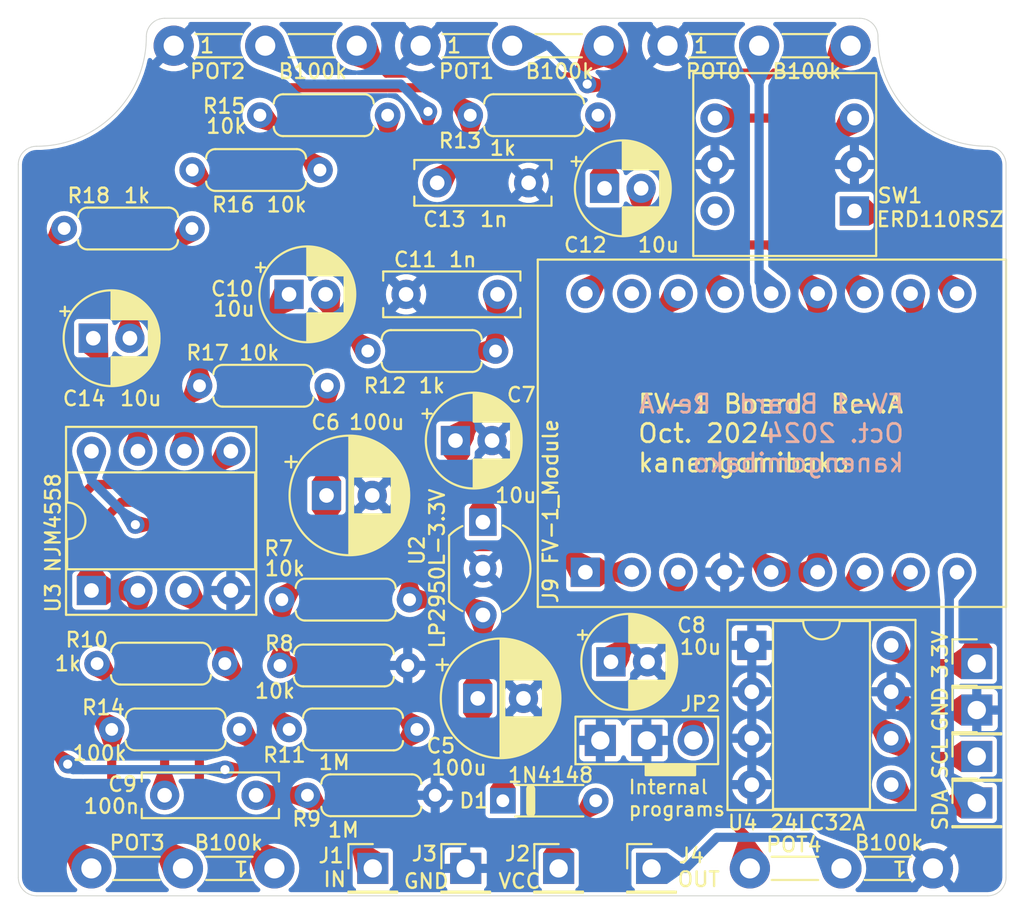
<source format=kicad_pcb>
(kicad_pcb (version 20240108) (generator "pcbnew") (generator_version "8.0")
  (layers (0 "F.Cu" signal) (31 "B.Cu" signal) (34 "B.Paste" user) (35 "F.Paste" user) (36 "B.SilkS" user "B.Silkscreen") (37 "F.SilkS" user "F.Silkscreen") (38 "B.Mask" user) (39 "F.Mask" user) (44 "Edge.Cuts" user))
  (net 0 "")
  (net 1 "VCC")
  (net 2 "GND")
  (net 3 "VB")
  (net 4 "+3.3V")
  (net 5 "/3_MID")
  (net 6 "Net-(J1-Pin_1)")
  (net 7 "Net-(U3A--)")
  (net 8 "Net-(C10-Pad2)")
  (net 9 "/1_LIN")
  (net 10 "Net-(C12-Pad1)")
  (net 11 "/18_LOUT")
  (net 12 "Net-(C9-Pad1)")
  (net 13 "Net-(C13-Pad1)")
  (net 14 "Net-(C14-Pad1)")
  (net 15 "Net-(C14-Pad2)")
  (net 16 "Net-(D1-A)")
  (net 17 "Net-(J4-Pin_1)")
  (net 18 "/9_SDA")
  (net 19 "/8_SCL")
  (net 20 "/7_T0")
  (net 21 "/10_S0")
  (net 22 "/15_POT1")
  (net 23 "/11_S1")
  (net 24 "/17_ROUT")
  (net 25 "/16_POT2")
  (net 26 "/12_S2")
  (net 27 "/14_POT0")
  (net 28 "Net-(U3A-+)")
  (net 29 "Net-(U3B-+)")
  (net 30 "Net-(U3B--)")
  (net 31 "Net-(R15-Pad2)")
  (net 32 "Net-(POT4-Pad3)")
  (footprint "myFoot:my_R_P7mm_Horizontal" (layer "F.Cu") (at -11.1925 -5.5)
    (property "Reference" "R9" (at -0.9075 1.3 0) (layer "F.SilkS") (effects (font (size 0.8 0.8) (thickness 0.13)) (justify left)))
    (property "Value" "1M" (at 2.8925 1.9 0) (layer "F.SilkS") (effects (font (size 0.8 0.8) (thickness 0.13)) (justify right)))
    (pad "1" thru_hole circle (at 0 0) (size 1.4 1.4) (drill 0.7) (layers "*.Cu" "*.Mask") (net 6 "Net-(J1-Pin_1)"))
    (pad "2" thru_hole oval (at 6.985 0) (size 1.4 1.4) (drill 0.7) (layers "*.Cu" "*.Mask") (net 2 "GND"))
  )
  (footprint "Package_DIP:DIP-5-6_W7.62mm_Socket" (layer "F.Cu") (at 14.9 -40 180)
    (property "Reference" "SW1" (at -6.3 -1.7 0) (layer "F.SilkS") (effects (font (size 0.8 0.8) (thickness 0.13))))
    (property "Value" "ERD110RSZ" (at -8.5 -3 0) (layer "F.SilkS") (effects (font (size 0.8 0.8) (thickness 0.13))))
    (pad "1" thru_hole rect (at -3.81 -2.54 180) (size 1.6 1.6) (drill 0.8) (layers "*.Cu" "*.Mask") (net 21 "/10_S0"))
    (pad "2" thru_hole oval (at 3.81 2.54 180) (size 1.6 1.6) (drill 0.8) (layers "*.Cu" "*.Mask") (net 23 "/11_S1"))
    (pad "4" thru_hole oval (at -3.81 2.54 180) (size 1.6 1.6) (drill 0.8) (layers "*.Cu" "*.Mask") (net 26 "/12_S2"))
    (pad "8" thru_hole oval (at 3.81 -2.54 180) (size 1.6 1.6) (drill 0.8) (layers "*.Cu" "*.Mask"))
    (pad "C" thru_hole oval (at -3.81 0 180) (size 1.6 1.6) (drill 0.8) (layers "*.Cu" "*.Mask") (net 2 "GND"))
    (pad "C" thru_hole oval (at 3.81 0 180) (size 1.6 1.6) (drill 0.8) (layers "*.Cu" "*.Mask") (net 2 "GND"))
  )
  (footprint "myFoot:my_R_P7mm_Horizontal" (layer "F.Cu") (at -12.1925 -9.1)
    (property "Reference" "R11" (at -1.5075 1.4 0) (layer "F.SilkS") (effects (font (size 0.8 0.8) (thickness 0.13)) (justify left)))
    (property "Value" "1M" (at 3.3925 1.8 0) (layer "F.SilkS") (effects (font (size 0.8 0.8) (thickness 0.13)) (justify right)))
    (pad "1" thru_hole circle (at 0 0) (size 1.4 1.4) (drill 0.7) (layers "*.Cu" "*.Mask") (net 28 "Net-(U3A-+)"))
    (pad "2" thru_hole oval (at 6.985 0) (size 1.4 1.4) (drill 0.7) (layers "*.Cu" "*.Mask") (net 3 "VB"))
  )
  (footprint "myFoot:my_R_P7mm_Horizontal" (layer "F.Cu") (at -21.8925 -9.1)
    (property "Reference" "R14" (at -1.7075 -1.2 0) (layer "F.SilkS") (effects (font (size 0.8 0.8) (thickness 0.13)) (justify left)))
    (property "Value" "100k" (at 0.8925 1.3 0) (layer "F.SilkS") (effects (font (size 0.8 0.8) (thickness 0.13)) (justify right)))
    (pad "1" thru_hole circle (at 0 0) (size 1.4 1.4) (drill 0.7) (layers "*.Cu" "*.Mask") (net 29 "Net-(U3B-+)"))
    (pad "2" thru_hole oval (at 6.985 0) (size 1.4 1.4) (drill 0.7) (layers "*.Cu" "*.Mask") (net 3 "VB"))
  )
  (footprint "myFoot:my_pot_5mm" (layer "F.Cu") (at -13.5 -46.5)
    (property "Reference" "POT2" (at -2.6 1.4 0) (layer "F.SilkS") (effects (font (size 0.8 0.8) (thickness 0.13))))
    (property "Value" "B100k" (at 2.6 1.4 0) (layer "F.SilkS") (effects (font (size 0.8 0.8) (thickness 0.13))))
    (fp_text user "1" (at -3.175 0 0) (layer "F.SilkS") (effects (font (size 0.8 0.8) (thickness 0.13))))
    (pad "1" thru_hole circle (at -5.0038 0) (size 2.2 2.2) (drill 1.1) (layers "*.Cu" "*.Mask") (net 2 "GND"))
    (pad "2" thru_hole circle (at 0 0) (size 2.2 2.2) (drill 1.1) (layers "*.Cu" "*.Mask") (net 25 "/16_POT2"))
    (pad "3" thru_hole circle (at 5.0038 0) (size 2.2 2.2) (drill 1.1) (layers "*.Cu" "*.Mask") (net 4 "+3.3V"))
  )
  (footprint "Capacitor_THT:CP_Radial_D5.0mm_P2.00mm" (layer "F.Cu") (at -3.1 -24.9)
    (property "Reference" "C7" (at 3.6 -2.5 0) (layer "F.SilkS") (effects (font (size 0.8 0.8) (thickness 0.13))))
    (property "Value" "10u" (at 3.3 3 0) (layer "F.SilkS") (effects (font (size 0.8 0.8) (thickness 0.13))))
    (pad "1" thru_hole rect (at 0 0) (size 1.6 1.6) (drill 0.8) (layers "*.Cu" "*.Mask") (net 4 "+3.3V"))
    (pad "2" thru_hole circle (at 2 0) (size 1.6 1.6) (drill 0.8) (layers "*.Cu" "*.Mask") (net 2 "GND"))
  )
  (footprint "Connector_PinHeader_2.54mm:PinHeader_1x01_P2.54mm_Vertical" (layer "F.Cu") (at 2.54 -1.5)
    (property "Reference" "J2" (at -2.24 -0.8 0) (layer "F.SilkS") (effects (font (size 0.8 0.8) (thickness 0.13))))
    (property "Value" "VCC" (at -2.14 0.7 0) (layer "F.SilkS") (effects (font (size 0.8 0.8) (thickness 0.13))))
    (pad "1" thru_hole rect (at 0 0) (size 1.7 1.7) (drill 1) (layers "*.Cu" "*.Mask") (net 16 "Net-(D1-A)"))
  )
  (footprint "myFoot:my_R_P7mm_Horizontal" (layer "F.Cu") (at -6.8075 -42.7 180)
    (property "Reference" "R15" (at 7.6925 0.5 0) (layer "F.SilkS") (effects (font (size 0.8 0.8) (thickness 0.13)) (justify right)))
    (property "Value" "10k" (at 9.9925 -0.6 0) (layer "F.SilkS") (effects (font (size 0.8 0.8) (thickness 0.13)) (justify left)))
    (pad "1" thru_hole circle (at 0 0 180) (size 1.4 1.4) (drill 0.7) (layers "*.Cu" "*.Mask") (net 30 "Net-(U3B--)"))
    (pad "2" thru_hole oval (at 6.985 0 180) (size 1.4 1.4) (drill 0.7) (layers "*.Cu" "*.Mask") (net 31 "Net-(R15-Pad2)"))
  )
  (footprint "myFoot:my_pot_5mm" (layer "F.Cu") (at 18 -1.5 180)
    (property "Reference" "POT4" (at 2.6 1.3 0) (layer "F.SilkS") (effects (font (size 0.8 0.8) (thickness 0.13))))
    (property "Value" "B100k" (at -2.6 1.4 0) (layer "F.SilkS") (effects (font (size 0.8 0.8) (thickness 0.13))))
    (fp_text user "1" (at -3.175 0 180) (layer "F.SilkS") (effects (font (size 0.8 0.8) (thickness 0.13))))
    (pad "1" thru_hole circle (at -5.0038 0 180) (size 2.2 2.2) (drill 1.1) (layers "*.Cu" "*.Mask") (net 2 "GND"))
    (pad "2" thru_hole circle (at 0 0 180) (size 2.2 2.2) (drill 1.1) (layers "*.Cu" "*.Mask") (net 17 "Net-(J4-Pin_1)"))
    (pad "3" thru_hole circle (at 5.0038 0 180) (size 2.2 2.2) (drill 1.1) (layers "*.Cu" "*.Mask") (net 32 "Net-(POT4-Pad3)"))
  )
  (footprint "Connector_PinHeader_2.54mm:PinHeader_1x01_P2.54mm_Vertical" (layer "F.Cu") (at 25.4 -12.7)
    (property "Reference" "J7" (hide yes))
    (property "Value" "3.3V" (at -2 -0.5 90) (layer "F.SilkS") (effects (font (size 0.8 0.8) (thickness 0.13))))
    (pad "1" thru_hole rect (at 0 0) (size 1.7 1.7) (drill 1) (layers "*.Cu" "*.Mask") (net 4 "+3.3V"))
  )
  (footprint "Package_DIP:DIP-18_W7.62mm" (layer "F.Cu") (at 4 -17.7 90)
    (property "Reference" "J9" (at -1 -1.9 90) (layer "F.SilkS") (effects (font (size 0.8 0.8) (thickness 0.13))))
    (property "Value" "FV-1_Module" (at 4.4 -1.9 90) (layer "F.SilkS") (effects (font (size 0.8 0.8) (thickness 0.13))))
    (pad "1" thru_hole rect (at 0 0 90) (size 1.6 1.6) (drill 0.8) (layers "*.Cu" "*.Mask") (net 9 "/1_LIN"))
    (pad "2" thru_hole oval (at 0 2.54 90) (size 1.6 1.6) (drill 0.8) (layers "*.Cu" "*.Mask") (net 9 "/1_LIN"))
    (pad "3" thru_hole oval (at 0 5.08 90) (size 1.6 1.6) (drill 0.8) (layers "*.Cu" "*.Mask") (net 5 "/3_MID"))
    (pad "4" thru_hole oval (at 0 7.62 90) (size 1.6 1.6) (drill 0.8) (layers "*.Cu" "*.Mask") (net 2 "GND"))
    (pad "5" thru_hole oval (at 0 10.16 90) (size 1.6 1.6) (drill 0.8) (layers "*.Cu" "*.Mask") (net 4 "+3.3V"))
    (pad "6" thru_hole oval (at 0 12.7 90) (size 1.6 1.6) (drill 0.8) (layers "*.Cu" "*.Mask") (net 4 "+3.3V"))
    (pad "7" thru_hole oval (at 0 15.24 90) (size 1.6 1.6) (drill 0.8) (layers "*.Cu" "*.Mask") (net 20 "/7_T0"))
    (pad "8" thru_hole oval (at 0 17.78 90) (size 1.6 1.6) (drill 0.8) (layers "*.Cu" "*.Mask") (net 19 "/8_SCL"))
    (pad "9" thru_hole oval (at 0 20.32 90) (size 1.6 1.6) (drill 0.8) (layers "*.Cu" "*.Mask") (net 18 "/9_SDA"))
    (pad "10" thru_hole oval (at 15.24 20.32 90) (size 1.6 1.6) (drill 0.8) (layers "*.Cu" "*.Mask") (net 21 "/10_S0"))
    (pad "11" thru_hole oval (at 15.24 17.78 90) (size 1.6 1.6) (drill 0.8) (layers "*.Cu" "*.Mask") (net 23 "/11_S1"))
    (pad "12" thru_hole oval (at 15.24 15.24 90) (size 1.6 1.6) (drill 0.8) (layers "*.Cu" "*.Mask") (net 26 "/12_S2"))
    (pad "13" thru_hole oval (at 15.24 12.7 90) (size 1.6 1.6) (drill 0.8) (layers "*.Cu" "*.Mask") (net 4 "+3.3V"))
    (pad "14" thru_hole oval (at 15.24 10.16 90) (size 1.6 1.6) (drill 0.8) (layers "*.Cu" "*.Mask") (net 27 "/14_POT0"))
    (pad "15" thru_hole oval (at 15.24 7.62 90) (size 1.6 1.6) (drill 0.8) (layers "*.Cu" "*.Mask") (net 22 "/15_POT1"))
    (pad "16" thru_hole oval (at 15.24 5.08 90) (size 1.6 1.6) (drill 0.8) (layers "*.Cu" "*.Mask") (net 25 "/16_POT2"))
    (pad "17" thru_hole oval (at 15.24 2.54 90) (size 1.6 1.6) (drill 0.8) (layers "*.Cu" "*.Mask") (net 24 "/17_ROUT"))
    (pad "18" thru_hole oval (at 15.24 0 90) (size 1.6 1.6) (drill 0.8) (layers "*.Cu" "*.Mask") (net 11 "/18_LOUT"))
  )
  (footprint "Package_DIP:DIP-8_W7.62mm_Socket" (layer "F.Cu") (at -23 -16.7 90)
    (property "Reference" "U3" (at -0.4 -2.1 90) (layer "F.SilkS") (effects (font (size 0.8 0.8) (thickness 0.13))))
    (property "Value" "NJM4558" (at 3.7 -2.1 90) (layer "F.SilkS") (effects (font (size 0.8 0.8) (thickness 0.13))))
    (pad "1" thru_hole rect (at 0 0 90) (size 1.6 1.6) (drill 0.8) (layers "*.Cu" "*.Mask") (net 7 "Net-(U3A--)"))
    (pad "2" thru_hole oval (at 0 2.54 90) (size 1.6 1.6) (drill 0.8) (layers "*.Cu" "*.Mask") (net 7 "Net-(U3A--)"))
    (pad "3" thru_hole oval (at 0 5.08 90) (size 1.6 1.6) (drill 0.8) (layers "*.Cu" "*.Mask") (net 28 "Net-(U3A-+)"))
    (pad "4" thru_hole oval (at 0 7.62 90) (size 1.6 1.6) (drill 0.8) (layers "*.Cu" "*.Mask") (net 2 "GND"))
    (pad "5" thru_hole oval (at 7.62 7.62 90) (size 1.6 1.6) (drill 0.8) (layers "*.Cu" "*.Mask") (net 29 "Net-(U3B-+)"))
    (pad "6" thru_hole oval (at 7.62 5.08 90) (size 1.6 1.6) (drill 0.8) (layers "*.Cu" "*.Mask") (net 30 "Net-(U3B--)"))
    (pad "7" thru_hole oval (at 7.62 2.54 90) (size 1.6 1.6) (drill 0.8) (layers "*.Cu" "*.Mask") (net 14 "Net-(C14-Pad1)"))
    (pad "8" thru_hole oval (at 7.62 0 90) (size 1.6 1.6) (drill 0.8) (layers "*.Cu" "*.Mask") (net 1 "VCC"))
  )
  (footprint "myFoot:my_R_P7mm_Horizontal" (layer "F.Cu") (at -10.5075 -39.7 180)
    (property "Reference" "R16" (at 3.4925 -1.9 0) (layer "F.SilkS") (effects (font (size 0.8 0.8) (thickness 0.13)) (justify right)))
    (property "Value" "10k" (at 2.9925 -1.9 0) (layer "F.SilkS") (effects (font (size 0.8 0.8) (thickness 0.13)) (justify left)))
    (pad "1" thru_hole circle (at 0 0 180) (size 1.4 1.4) (drill 0.7) (layers "*.Cu" "*.Mask") (net 31 "Net-(R15-Pad2)"))
    (pad "2" thru_hole oval (at 6.985 0 180) (size 1.4 1.4) (drill 0.7) (layers "*.Cu" "*.Mask") (net 14 "Net-(C14-Pad1)"))
  )
  (footprint "Capacitor_THT:CP_Radial_D5.0mm_P2.00mm" (layer "F.Cu") (at 5.05 -38.7)
    (property "Reference" "C12" (at -1.05 3.1 0) (layer "F.SilkS") (effects (font (size 0.8 0.8) (thickness 0.13))))
    (property "Value" "10u" (at 2.95 3.1 0) (layer "F.SilkS") (effects (font (size 0.8 0.8) (thickness 0.13))))
    (pad "1" thru_hole rect (at 0 0) (size 1.6 1.6) (drill 0.8) (layers "*.Cu" "*.Mask") (net 10 "Net-(C12-Pad1)"))
    (pad "2" thru_hole circle (at 2 0) (size 1.6 1.6) (drill 0.8) (layers "*.Cu" "*.Mask") (net 11 "/18_LOUT"))
  )
  (footprint "myFoot:my_pot_5mm" (layer "F.Cu") (at 0 -46.5)
    (property "Reference" "POT1" (at -2.5 1.4 0) (layer "F.SilkS") (effects (font (size 0.8 0.8) (thickness 0.13))))
    (property "Value" "B100k" (at 2.6 1.4 0) (layer "F.SilkS") (effects (font (size 0.8 0.8) (thickness 0.13))))
    (fp_text user "1" (at -3.175 0 0) (layer "F.SilkS") (effects (font (size 0.8 0.8) (thickness 0.13))))
    (pad "1" thru_hole circle (at -5.0038 0) (size 2.2 2.2) (drill 1.1) (layers "*.Cu" "*.Mask") (net 2 "GND"))
    (pad "2" thru_hole circle (at 0 0) (size 2.2 2.2) (drill 1.1) (layers "*.Cu" "*.Mask") (net 22 "/15_POT1"))
    (pad "3" thru_hole circle (at 5.0038 0) (size 2.2 2.2) (drill 1.1) (layers "*.Cu" "*.Mask") (net 4 "+3.3V"))
  )
  (footprint "Connector_PinHeader_2.54mm:PinHeader_1x01_P2.54mm_Vertical" (layer "F.Cu") (at 25.4 -10.16)
    (property "Reference" "J8" (hide yes))
    (property "Value" "GND" (at -2 -0.04 90) (layer "F.SilkS") (effects (font (size 0.8 0.8) (thickness 0.13))))
    (pad "1" thru_hole rect (at 0 0) (size 1.7 1.7) (drill 1) (layers "*.Cu" "*.Mask") (net 2 "GND"))
  )
  (footprint "Capacitor_THT:CP_Radial_D5.0mm_P2.00mm" (layer "F.Cu") (at 5.4 -12.8)
    (property "Reference" "C8" (at 4.4 -2 0) (layer "F.SilkS") (effects (font (size 0.8 0.8) (thickness 0.13))))
    (property "Value" "10u" (at 4.9 -0.8 0) (layer "F.SilkS") (effects (font (size 0.8 0.8) (thickness 0.13))))
    (pad "1" thru_hole rect (at 0 0) (size 1.6 1.6) (drill 0.8) (layers "*.Cu" "*.Mask") (net 5 "/3_MID"))
    (pad "2" thru_hole circle (at 2 0) (size 1.6 1.6) (drill 0.8) (layers "*.Cu" "*.Mask") (net 2 "GND"))
  )
  (footprint "myFoot:my_pot_5mm" (layer "F.Cu") (at 13.5 -46.5)
    (property "Reference" "POT0" (at -2.5 1.4 0) (layer "F.SilkS") (effects (font (size 0.8 0.8) (thickness 0.13))))
    (property "Value" "B100k" (at 2.6 1.4 0) (layer "F.SilkS") (effects (font (size 0.8 0.8) (thickness 0.13))))
    (fp_text user "1" (at -3.175 0 0) (layer "F.SilkS") (effects (font (size 0.8 0.8) (thickness 0.13))))
    (pad "1" thru_hole circle (at -5.0038 0) (size 2.2 2.2) (drill 1.1) (layers "*.Cu" "*.Mask") (net 2 "GND"))
    (pad "2" thru_hole circle (at 0 0) (size 2.2 2.2) (drill 1.1) (layers "*.Cu" "*.Mask") (net 27 "/14_POT0"))
    (pad "3" thru_hole circle (at 5.0038 0) (size 2.2 2.2) (drill 1.1) (layers "*.Cu" "*.Mask") (net 4 "+3.3V"))
  )
  (footprint "Connector_PinHeader_2.54mm:PinHeader_1x01_P2.54mm_Vertical" (layer "F.Cu") (at 7.62 -1.5)
    (property "Reference" "J4" (at 2.18 -0.7 0) (layer "F.SilkS") (effects (font (size 0.8 0.8) (thickness 0.13))))
    (property "Value" "OUT" (at 2.58 0.6 0) (layer "F.SilkS") (effects (font (size 0.8 0.8) (thickness 0.13))))
    (pad "1" thru_hole rect (at 0 0) (size 1.7 1.7) (drill 1) (layers "*.Cu" "*.Mask") (net 17 "Net-(J4-Pin_1)"))
  )
  (footprint "Connector_PinHeader_2.54mm:PinHeader_1x01_P2.54mm_Vertical" (layer "F.Cu") (at -7.62 -1.5)
    (property "Reference" "J1" (at -2.28 -0.7 0) (layer "F.SilkS") (effects (font (size 0.8 0.8) (thickness 0.13))))
    (property "Value" "IN" (at -2.08 0.6 0) (layer "F.SilkS") (effects (font (size 0.8 0.8) (thickness 0.13))))
    (pad "1" thru_hole rect (at 0 0) (size 1.7 1.7) (drill 1) (layers "*.Cu" "*.Mask") (net 6 "Net-(J1-Pin_1)"))
  )
  (footprint "Connector_PinHeader_2.54mm:PinHeader_1x01_P2.54mm_Vertical" (layer "F.Cu") (at -2.54 -1.5)
    (property "Reference" "J3" (at -2.26 -0.8 0) (layer "F.SilkS") (effects (font (size 0.8 0.8) (thickness 0.13))))
    (property "Value" "GND" (at -2.16 0.7 0) (layer "F.SilkS") (effects (font (size 0.8 0.8) (thickness 0.13))))
    (pad "1" thru_hole rect (at 0 0) (size 1.7 1.7) (drill 1) (layers "*.Cu" "*.Mask") (net 2 "GND"))
  )
  (footprint "myFoot:my_R_P7mm_Horizontal" (layer "F.Cu") (at -5.6075 -16.2 180)
    (property "Reference" "R7" (at 6.2925 2.8 0) (layer "F.SilkS") (effects (font (size 0.8 0.8) (thickness 0.13)) (justify right)))
    (property "Value" "10k" (at 7.9925 1.7 0) (layer "F.SilkS") (effects (font (size 0.8 0.8) (thickness 0.13)) (justify left)))
    (pad "1" thru_hole circle (at 0 0 180) (size 1.4 1.4) (drill 0.7) (layers "*.Cu" "*.Mask") (net 1 "VCC"))
    (pad "2" thru_hole oval (at 6.985 0 180) (size 1.4 1.4) (drill 0.7) (layers "*.Cu" "*.Mask") (net 3 "VB"))
  )
  (footprint "myFoot:my_C_Rect1_P5.00mm" (layer "F.Cu") (at -0.8 -32.9 180)
    (property "Reference" "C11" (at 4.5 1.9 0) (layer "F.SilkS") (effects (font (size 0.8 0.8) (thickness 0.13))))
    (property "Value" "1n" (at 1.9 1.9 0) (layer "F.SilkS") (effects (font (size 0.8 0.8) (thickness 0.13))))
    (pad "1" thru_hole circle (at 0 0 180) (size 1.6 1.6) (drill 0.8) (layers "*.Cu" "*.Mask") (net 9 "/1_LIN"))
    (pad "2" thru_hole circle (at 5 0 180) (size 1.6 1.6) (drill 0.8) (layers "*.Cu" "*.Mask") (net 2 "GND"))
  )
  (footprint "myFoot:my_pot_5mm" (layer "F.Cu") (at -18 -1.5 180)
    (property "Reference" "POT3" (at 2.5 1.4 0) (layer "F.SilkS") (effects (font (size 0.8 0.8) (thickness 0.13))))
    (property "Value" "B100k" (at -2.5 1.4 0) (layer "F.SilkS") (effects (font (size 0.8 0.8) (thickness 0.13))))
    (fp_text user "1" (at -3.175 0 180) (layer "F.SilkS") (effects (font (size 0.8 0.8) (thickness 0.13))))
    (pad "1" thru_hole circle (at -5.0038 0 180) (size 2.2 2.2) (drill 1.1) (layers "*.Cu" "*.Mask") (net 7 "Net-(U3A--)"))
    (pad "2" thru_hole circle (at 0 0 180) (size 2.2 2.2) (drill 1.1) (layers "*.Cu" "*.Mask") (net 29 "Net-(U3B-+)"))
    (pad "3" thru_hole circle (at 5.0038 0 180) (size 2.2 2.2) (drill 1.1) (layers "*.Cu" "*.Mask") (net 13 "Net-(C13-Pad1)"))
  )
  (footprint "myFoot:my_R_P7mm_Horizontal" (layer "F.Cu") (at 4.6925 -42.7 180)
    (property "Reference" "R13" (at 6.2925 -1.4 0) (layer "F.SilkS") (effects (font (size 0.8 0.8) (thickness 0.13)) (justify right)))
    (property "Value" "1k" (at 5.9925 -1.8 0) (layer "F.SilkS") (effects (font (size 0.8 0.8) (thickness 0.13)) (justify left)))
    (pad "1" thru_hole circle (at 0 0 180) (size 1.4 1.4) (drill 0.7) (layers "*.Cu" "*.Mask") (net 10 "Net-(C12-Pad1)"))
    (pad "2" thru_hole oval (at 6.985 0 180) (size 1.4 1.4) (drill 0.7) (layers "*.Cu" "*.Mask") (net 13 "Net-(C13-Pad1)"))
  )
  (footprint "Capacitor_THT:CP_Radial_D6.3mm_P2.50mm" (layer "F.Cu") (at -10.15 -21.9)
    (property "Reference" "C6" (at -0.05 -4 0) (layer "F.SilkS") (effects (font (size 0.8 0.8) (thickness 0.13))))
    (property "Value" "100u" (at 2.75 -4 0) (layer "F.SilkS") (effects (font (size 0.8 0.8) (thickness 0.13))))
    (pad "1" thru_hole rect (at 0 0) (size 1.6 1.6) (drill 0.8) (layers "*.Cu" "*.Mask") (net 3 "VB"))
    (pad "2" thru_hole circle (at 2.5 0) (size 1.6 1.6) (drill 0.8) (layers "*.Cu" "*.Mask") (net 2 "GND"))
  )
  (footprint "Connector_PinHeader_2.54mm:PinHeader_1x02_P2.54mm_Vertical" (layer "F.Cu") (at 7.36 -8.5 90)
    (property "Reference" "JP2" (hide yes))
    (property "Value" "JP2" (at 2 2.94 0) (layer "F.SilkS") (effects (font (size 0.8 0.8) (thickness 0.13))))
    (pad "1" thru_hole rect (at 0 -2.54 90) (size 1.7 1.7) (drill 1) (layers "*.Cu" "*.Mask") (net 2 "GND"))
    (pad "1" thru_hole rect (at 0 0 90) (size 1.7 1.7) (drill 1) (layers "*.Cu" "*.Mask") (net 2 "GND"))
    (pad "2" thru_hole oval (at 0 2.54 90) (size 1.7 1.7) (drill 1) (layers "*.Cu" "*.Mask") (net 20 "/7_T0"))
  )
  (footprint "Connector_PinHeader_2.54mm:PinHeader_1x01_P2.54mm_Vertical" (layer "F.Cu") (at 25.4 -5.08)
    (property "Reference" "J5" (hide yes))
    (property "Value" "SDA" (at -2 0.38 90) (layer "F.SilkS") (effects (font (size 0.8 0.8) (thickness 0.13))))
    (pad "1" thru_hole rect (at 0 0) (size 1.7 1.7) (drill 1) (layers "*.Cu" "*.Mask") (net 18 "/9_SDA"))
  )
  (footprint "Capacitor_THT:CP_Radial_D5.0mm_P2.00mm" (layer "F.Cu") (at -22.9 -30.5)
    (property "Reference" "C14" (at -0.5 3.3 0) (layer "F.SilkS") (effects (font (size 0.8 0.8) (thickness 0.13))))
    (property "Value" "10u" (at 2.6 3.3 0) (layer "F.SilkS") (effects (font (size 0.8 0.8) (thickness 0.13))))
    (pad "1" thru_hole rect (at 0 0) (size 1.6 1.6) (drill 0.8) (layers "*.Cu" "*.Mask") (net 14 "Net-(C14-Pad1)"))
    (pad "2" thru_hole circle (at 2 0) (size 1.6 1.6) (drill 0.8) (layers "*.Cu" "*.Mask") (net 15 "Net-(C14-Pad2)"))
  )
  (footprint "Package_DIP:DIP-8_W7.62mm_Socket" (layer "F.Cu") (at 13.1 -13.7)
    (property "Reference" "U4" (at -0.5 9.7 0) (layer "F.SilkS") (effects (font (size 0.8 0.8) (thickness 0.13))))
    (property "Value" "24LC32A" (at 3.6 9.7 0) (layer "F.SilkS") (effects (font (size 0.8 0.8) (thickness 0.13))))
    (pad "1" thru_hole rect (at 0 0) (size 1.6 1.6) (drill 0.8) (layers "*.Cu" "*.Mask") (net 2 "GND"))
    (pad "2" thru_hole oval (at 0 2.54) (size 1.6 1.6) (drill 0.8) (layers "*.Cu" "*.Mask") (net 2 "GND"))
    (pad "3" thru_hole oval (at 0 5.08) (size 1.6 1.6) (drill 0.8) (layers "*.Cu" "*.Mask") (net 2 "GND"))
    (pad "4" thru_hole oval (at 0 7.62) (size 1.6 1.6) (drill 0.8) (layers "*.Cu" "*.Mask") (net 2 "GND"))
    (pad "5" thru_hole oval (at 7.62 7.62) (size 1.6 1.6) (drill 0.8) (layers "*.Cu" "*.Mask") (net 18 "/9_SDA"))
    (pad "6" thru_hole oval (at 7.62 5.08) (size 1.6 1.6) (drill 0.8) (layers "*.Cu" "*.Mask") (net 19 "/8_SCL"))
    (pad "7" thru_hole oval (at 7.62 2.54) (size 1.6 1.6) (drill 0.8) (layers "*.Cu" "*.Mask") (net 2 "GND"))
    (pad "8" thru_hole oval (at 7.62 0) (size 1.6 1.6) (drill 0.8) (layers "*.Cu" "*.Mask") (net 4 "+3.3V"))
  )
  (footprint "Capacitor_THT:CP_Radial_D5.0mm_P2.00mm" (layer "F.Cu") (at -12.2 -32.9)
    (property "Reference" "C10" (at -3.1 -0.3 0) (layer "F.SilkS") (effects (font (size 0.8 0.8) (thickness 0.13))))
    (property "Value" "10u" (at -3 0.8 0) (layer "F.SilkS") (effects (font (size 0.8 0.8) (thickness 0.13))))
    (pad "1" thru_hole rect (at 0 0) (size 1.6 1.6) (drill 0.8) (layers "*.Cu" "*.Mask") (net 7 "Net-(U3A--)"))
    (pad "2" thru_hole circle (at 2 0) (size 1.6 1.6) (drill 0.8) (layers "*.Cu" "*.Mask") (net 8 "Net-(C10-Pad2)"))
  )
  (footprint "myFoot:my_C_Rect1_P5.00mm" (layer "F.Cu") (at -4.1 -39)
    (property "Reference" "C13" (at 0.4 2 0) (layer "F.SilkS") (effects (font (size 0.8 0.8) (thickness 0.13))))
    (property "Value" "1n" (at 3.1 2 0) (layer "F.SilkS") (effects (font (size 0.8 0.8) (thickness 0.13))))
    (pad "1" thru_hole circle (at 0 0) (size 1.6 1.6) (drill 0.8) (layers "*.Cu" "*.Mask") (net 13 "Net-(C13-Pad1)"))
    (pad "2" thru_hole circle (at 5 0) (size 1.6 1.6) (drill 0.8) (layers "*.Cu" "*.Mask") (net 2 "GND"))
  )
  (footprint "myFoot:my_C_Rect1_P5.00mm" (layer "F.Cu") (at -19 -5.5)
    (property "Reference" "C9" (at -2.3 -0.6 0) (layer "F.SilkS") (effects (font (size 0.8 0.8) (thickness 0.13))))
    (property "Value" "100n" (at -2.9 0.6 0) (layer "F.SilkS") (effects (font (size 0.8 0.8) (thickness 0.13))))
    (pad "1" thru_hole circle (at 0 0) (size 1.6 1.6) (drill 0.8) (layers "*.Cu" "*.Mask") (net 12 "Net-(C9-Pad1)"))
    (pad "2" thru_hole circle (at 5 0) (size 1.6 1.6) (drill 0.8) (layers "*.Cu" "*.Mask") (net 6 "Net-(J1-Pin_1)"))
  )
  (footprint "myFoot:my_D_P5.08mm_Horizontal" (layer "F.Cu") (at -0.51 -5.2)
    (property "Reference" "D1" (at -1.59 0 0) (layer "F.SilkS") (effects (font (size 0.8 0.8) (thickness 0.13))))
    (property "Value" "1N4148" (at 2.61 -1.4 0) (layer "F.SilkS") (effects (font (size 0.8 0.8) (thickness 0.13))))
    (pad "1" thru_hole rect (at 0 0) (size 1.4 1.4) (drill 0.7) (layers "*.Cu" "*.Mask") (net 1 "VCC"))
    (pad "2" thru_hole oval (at 5.08 0) (size 1.4 1.4) (drill 0.7) (layers "*.Cu" "*.Mask") (net 16 "Net-(D1-A)"))
  )
  (footprint "Package_TO_SOT_THT:TO-92_Inline_Wide" (layer "F.Cu") (at -1.6 -20.44 -90)
    (property "Reference" "U2" (at 1.54 3.6 90) (layer "F.SilkS") (effects (font (size 0.8 0.8) (thickness 0.13))))
    (property "Value" "LP2950L-3.3V" (at 2.54 2.5 90) (layer "F.SilkS") (effects (font (size 0.8 0.8) (thickness 0.13))))
    (pad "1" thru_hole rect (at 0 0 270) (size 1.5 1.5) (drill 0.8) (layers "*.Cu" "*.Mask") (net 4 "+3.3V"))
    (pad "2" thru_hole circle (at 2.54 0 270) (size 1.5 1.5) (drill 0.8) (layers "*.Cu" "*.Mask") (net 2 "GND"))
    (pad "3" thru_hole circle (at 5.08 0 270) (size 1.5 1.5) (drill 0.8) (layers "*.Cu" "*.Mask") (net 1 "VCC"))
  )
  (footprint "myFoot:my_R_P7mm_Horizontal" (layer "F.Cu") (at -7.8925 -29.8)
    (property "Reference" "R12" (at -0.3075 1.9 0) (layer "F.SilkS") (effects (font (size 0.8 0.8) (thickness 0.13)) (justify left)))
    (property "Value" "1k" (at 4.2925 1.9 0) (layer "F.SilkS") (effects (font (size 0.8 0.8) (thickness 0.13)) (justify right)))
    (pad "1" thru_hole circle (at 0 0) (size 1.4 1.4) (drill 0.7) (layers "*.Cu" "*.Mask") (net 8 "Net-(C10-Pad2)"))
    (pad "2" thru_hole oval (at 6.985 0) (size 1.4 1.4) (drill 0.7) (layers "*.Cu" "*.Mask") (net 9 "/1_LIN"))
  )
  (footprint "Connector_PinHeader_2.54mm:PinHeader_1x01_P2.54mm_Vertical" (layer "F.Cu") (at 25.4 -7.62)
    (property "Reference" "J6" (hide yes))
    (property "Value" "SCL" (at -2 0.12 90) (layer "F.SilkS") (effects (font (size 0.8 0.8) (thickness 0.13))))
    (pad "1" thru_hole rect (at 0 0) (size 1.7 1.7) (drill 1) (layers "*.Cu" "*.Mask") (net 19 "/8_SCL"))
  )
  (footprint "myFoot:my_R_P7mm_Horizontal" (layer "F.Cu") (at -10.1075 -27.9 180)
    (property "Reference" "R17" (at 5.2925 1.8 0) (layer "F.SilkS") (effects (font (size 0.8 0.8) (thickness 0.13)) (justify right)))
    (property "Value" "10k" (at 4.8925 1.8 0) (layer "F.SilkS") (effects (font (size 0.8 0.8) (thickness 0.13)) (justify left)))
    (pad "1" thru_hole circle (at 0 0 180) (size 1.4 1.4) (drill 0.7) (layers "*.Cu" "*.Mask") (net 3 "VB"))
    (pad "2" thru_hole oval (at 6.985 0 180) (size 1.4 1.4) (drill 0.7) (layers "*.Cu" "*.Mask") (net 30 "Net-(U3B--)"))
  )
  (footprint "Capacitor_THT:CP_Radial_D6.3mm_P2.50mm" (layer "F.Cu") (at -1.882379 -10.8)
    (property "Reference" "C5" (at -2.017621 2.6 0) (layer "F.SilkS") (effects (font (size 0.8 0.8) (thickness 0.13))))
    (property "Value" "100u" (at -1.017621 3.8 0) (layer "F.SilkS") (effects (font (size 0.8 0.8) (thickness 0.13))))
    (pad "1" thru_hole rect (at 0 0) (size 1.6 1.6) (drill 0.8) (layers "*.Cu" "*.Mask") (net 1 "VCC"))
    (pad "2" thru_hole circle (at 2.5 0) (size 1.6 1.6) (drill 0.8) (layers "*.Cu" "*.Mask") (net 2 "GND"))
  )
  (footprint "myFoot:my_R_P7mm_Horizontal" (layer "F.Cu") (at -12.6925 -12.6)
    (property "Reference" "R8" (at -0.9075 -1.2 0) (layer "F.SilkS") (effects (font (size 0.8 0.8) (thickness 0.13)) (justify left)))
    (property "Value" "10k" (at 0.8925 1.4 0) (layer "F.SilkS") (effects (font (size 0.8 0.8) (thickness 0.13)) (justify right)))
    (pad "1" thru_hole circle (at 0 0) (size 1.4 1.4) (drill 0.7) (layers "*.Cu" "*.Mask") (net 3 "VB"))
    (pad "2" thru_hole oval (at 6.985 0) (size 1.4 1.4) (drill 0.7) (layers "*.Cu" "*.Mask") (net 2 "GND"))
  )
  (footprint "myFoot:my_R_P7mm_Horizontal" (layer "F.Cu") (at -22.6925 -12.7)
    (property "Reference" "R10" (at -1.8075 -1.3 0) (layer "F.SilkS") (effects (font (size 0.8 0.8) (thickness 0.13)) (justify left)))
    (property "Value" "1k" (at -0.8075 0 0) (layer "F.SilkS") (effects (font (size 0.8 0.8) (thickness 0.13)) (justify right)))
    (pad "1" thru_hole circle (at 0 0) (size 1.4 1.4) (drill 0.7) (layers "*.Cu" "*.Mask") (net 12 "Net-(C9-Pad1)"))
    (pad "2" thru_hole oval (at 6.985 0) (size 1.4 1.4) (drill 0.7) (layers "*.Cu" "*.Mask") (net 28 "Net-(U3A-+)"))
  )
  (footprint "myFoot:my_R_P7mm_Horizontal" (layer "F.Cu") (at -17.5075 -36.5 180)
    (property "Reference" "R18" (at 4.3925 1.8 0) (layer "F.SilkS") (effects (font (size 0.8 0.8) (thickness 0.13)) (justify right)))
    (property "Value" "1k" (at 3.7925 1.8 0) (layer "F.SilkS") (effects (font (size 0.8 0.8) (thickness 0.13)) (justify left)))
    (pad "1" thru_hole circle (at 0 0 180) (size 1.4 1.4) (drill 0.7) (layers "*.Cu" "*.Mask") (net 15 "Net-(C14-Pad2)"))
    (pad "2" thru_hole oval (at 6.985 0 180) (size 1.4 1.4) (drill 0.7) (layers "*.Cu" "*.Mask") (net 32 "Net-(POT4-Pad3)"))
  )
  (gr_rect (start 7.3 -7.2) (end 10 -6.6) (stroke (width 0.12)) (fill solid) (layer "F.SilkS"))
  (gr_line (start 27 -1) (end 27 -40) (stroke (width 0.05)) (layer "Edge.Cuts"))
  (gr_arc (start 26 -41) (mid 21.757359 -42.757359) (end 20 -47) (stroke (width 0.05)) (layer "Edge.Cuts"))
  (gr_arc (start -27 -40) (mid -26.707107 -40.707107) (end -26 -41) (stroke (width 0.05)) (layer "Edge.Cuts"))
  (gr_arc (start -20 -47) (mid -19.707107 -47.707107) (end -19 -48) (stroke (width 0.05)) (layer "Edge.Cuts"))
  (gr_arc (start 26 -41) (mid 26.707107 -40.707107) (end 27 -40) (stroke (width 0.05)) (layer "Edge.Cuts"))
  (gr_line (start -26 0) (end 26 0) (stroke (width 0.05)) (layer "Edge.Cuts"))
  (gr_arc (start -26 0) (mid -26.707107 -0.292893) (end -27 -1) (stroke (width 0.05)) (layer "Edge.Cuts"))
  (gr_line (start 19 -48) (end -19 -48) (stroke (width 0.05)) (layer "Edge.Cuts"))
  (gr_arc (start -20 -47) (mid -21.757359 -42.757359) (end -26 -41) (stroke (width 0.05)) (layer "Edge.Cuts"))
  (gr_arc (start 27 -1) (mid 26.707107 -0.292893) (end 26 0) (stroke (width 0.05)) (layer "Edge.Cuts"))
  (gr_line (start -27 -40) (end -27 -1) (stroke (width 0.05)) (layer "Edge.Cuts"))
  (gr_arc (start 19 -48) (mid 19.707107 -47.707107) (end 20 -47) (stroke (width 0.05)) (layer "Edge.Cuts"))
  (gr_text "FV-1 Board  Rev.A\nOct. 2024\nkanengomibako" (at 21.5 -23.1 -0) (layer "B.SilkS") (effects (font (size 1 1)) (justify left bottom mirror)))
  (gr_text "Internal\nprograms" (at 6.3 -4.3 0) (layer "F.SilkS") (effects (font (size 0.75 0.75) (thickness 0.12) (bold yes)) (justify left bottom)))
  (gr_text "FV-1 Board  Rev.A\nOct. 2024\nkanengomibako" (at 6.8 -23.1 0) (layer "F.SilkS") (effects (font (size 1 1)) (justify left bottom)))
  (segment (start -1.882379 -8.282379) (end -1.882379 -10.8) (width 0.5) (layer "F.Cu") (net 1))
  (segment (start -9.6 -29.4) (end -5.6075 -25.4075) (width 0.5) (layer "F.Cu") (net 1))
  (segment (start -2.44 -16.2) (end -1.6 -15.36) (width 0.5) (layer "F.Cu") (net 1))
  (segment (start -12.4 -22.9) (end -12.4 -27.9) (width 0.5) (layer "F.Cu") (net 1))
  (segment (start -5.6075 -25.4075) (end -5.6075 -16.2) (width 0.5) (layer "F.Cu") (net 1))
  (segment (start -12.4 -27.9) (end -11.65 -28.65) (width 0.5) (layer "F.Cu") (net 1))
  (segment (start -15 -20.3) (end -12.4 -22.9) (width 0.5) (layer "F.Cu") (net 1))
  (segment (start -1.882379 -13.017621) (end -1.882379 -10.8) (width 0.5) (layer "F.Cu") (net 1))
  (segment (start -11.9 -28.4) (end -10.9 -29.4) (width 0.5) (layer "F.Cu") (net 1))
  (segment (start -0.51 -6.91) (end -1.882379 -8.282379) (width 0.5) (layer "F.Cu") (net 1))
  (segment (start -1.6 -13.3) (end -1.882379 -13.017621) (width 0.5) (layer "F.Cu") (net 1))
  (segment (start -0.51 -5.3) (end -0.51 -6.91) (width 0.5) (layer "F.Cu") (net 1))
  (segment (start -20.6 -20.3) (end -15 -20.3) (width 0.5) (layer "F.Cu") (net 1))
  (segment (start -5.6075 -16.2) (end -2.44 -16.2) (width 0.5) (layer "F.Cu") (net 1))
  (segment (start -10.9 -29.4) (end -9.6 -29.4) (width 0.5) (layer "F.Cu") (net 1))
  (segment (start -1.6 -15.36) (end -1.6 -13.3) (width 0.5) (layer "F.Cu") (net 1))
  (segment (start -11.65 -28.65) (end -11.9 -28.4) (width 0.5) (layer "F.Cu") (net 1))
  (via (at -20.6 -20.3) (size 1) (drill 0.5) (layers "F.Cu" "B.Cu") (net 1))
  (segment (start -20.6 -20.3) (end -23 -22.7) (width 0.5) (layer "B.Cu") (net 1))
  (segment (start -23 -22.7) (end -23 -24.32) (width 0.5) (layer "B.Cu") (net 1))
  (segment (start 21.72 -10.16) (end 20.72 -11.16) (width 0.5) (layer "F.Cu") (net 2))
  (segment (start 25.4 -10.16) (end 21.72 -10.16) (width 0.5) (layer "F.Cu") (net 2))
  (segment (start -13.6075 -7.8) (end -6.5075 -7.8) (width 0.5) (layer "F.Cu") (net 3))
  (segment (start -10.1075 -27.9) (end -10.1075 -21.9425) (width 0.5) (layer "F.Cu") (net 3))
  (segment (start -6.5075 -7.8) (end -5.2075 -9.1) (width 0.5) (layer "F.Cu") (net 3))
  (segment (start -12.5925 -12.7) (end -12.6925 -12.6) (width 0.5) (layer "F.Cu") (net 3))
  (segment (start -10.1075 -21.9425) (end -10.15 -21.9) (width 0.5) (layer "F.Cu") (net 3))
  (segment (start -10.15 -18.6425) (end -12.5925 -16.2) (width 0.5) (layer "F.Cu") (net 3))
  (segment (start -12.6925 -12.6) (end -8.7075 -12.6) (width 0.5) (layer "F.Cu") (net 3))
  (segment (start -14.9075 -9.1) (end -13.6075 -7.8) (width 0.5) (layer "F.Cu") (net 3))
  (segment (start -10.15 -21.9) (end -10.15 -18.6425) (width 0.5) (layer "F.Cu") (net 3))
  (segment (start -8.7075 -12.6) (end -5.2075 -9.1) (width 0.5) (layer "F.Cu") (net 3))
  (segment (start -12.5925 -16.2) (end -12.5925 -12.7) (width 0.5) (layer "F.Cu") (net 3))
  (segment (start 16.7 -19.5) (end 16.7 -17.7) (width 0.5) (layer "F.Cu") (net 4))
  (segment (start 9.06 -44.96) (end 9.3 -44.96) (width 0.3) (layer "F.Cu") (net 4))
  (segment (start 9 -44.9) (end 9.06 -44.96) (width 0.3) (layer "F.Cu") (net 4))
  (segment (start 26 -18.6) (end 25.1 -19.5) (width 0.5) (layer "F.Cu") (net 4))
  (segment (start 9.5 -44.76) (end 9.3 -44.96) (width 0.5) (layer "F.Cu") (net 4))
  (segment (start 11.5 -45.1) (end 12.9 -45.1) (width 0.3) (layer "F.Cu") (net 4))
  (segment (start 11.36 -44.96) (end 11.5 -45.1) (width 0.3) (layer "F.Cu") (net 4))
  (segment (start -3.1 -23.7) (end -1.6 -22.2) (width 0.5) (layer "F.Cu") (net 4))
  (segment (start 5.46 -26.4) (end 14.16 -17.7) (width 0.5) (layer "F.Cu") (net 4))
  (segment (start 25.4 -12.7) (end 25.4 -14.8) (width 0.5) (layer "F.Cu") (net 4))
  (segment (start 25.4 -12.7) (end 21.72 -12.7) (width 0.5) (layer "F.Cu") (net 4))
  (segment (start 5.0038 -46.5) (end 6.6038 -44.9) (width 0.3) (layer "F.Cu") (net 4))
  (segment (start 26 -15.4) (end 26 -18.6) (width 0.5) (layer "F.Cu") (net 4))
  (segment (start 21.72 -12.7) (end 20.72 -13.7) (width 0.5) (layer "F.Cu") (net 4))
  (segment (start 6.6038 -44.9) (end 9 -44.9) (width 0.3) (layer "F.Cu") (net 4))
  (segment (start 14 -44.8) (end 14.3 -45.1) (width 0.3) (layer "F.Cu") (net 4))
  (segment (start -8.4962 -46.5) (end -6.8962 -44.9) (width 0.3) (layer "F.Cu") (net 4))
  (segment (start 13.2 -44.8) (end 14 -44.8) (width 0.3) (layer "F.Cu") (net 4))
  (segment (start 9.5 -36.8) (end 9.5 -44.76) (width 0.5) (layer "F.Cu") (net 4))
  (segment (start 14.16 -17.7) (end 16.7 -17.7) (width 0.5) (layer "F.Cu") (net 4))
  (segment (start -3.1 -24.9) (end -1.6 -26.4) (width 0.5) (layer "F.Cu") (net 4))
  (segment (start -6.8962 -44.9) (end 3.4038 -44.9) (width 0.3) (layer "F.Cu") (net 4))
  (segment (start 17.1038 -45.1) (end 18.5038 -46.5) (width 0.3) (layer "F.Cu") (net 4))
  (segment (start -3.1 -24.9) (end -3.1 -23.7) (width 0.5) (layer "F.Cu") (net 4))
  (segment (start 25.4 -14.8) (end 26 -15.4) (width 0.5) (layer "F.Cu") (net 4))
  (segment (start 3.4038 -44.9) (end 5.0038 -46.5) (width 0.3) (layer "F.Cu") (net 4))
  (segment (start 14.04 -35.6) (end 10.7 -35.6) (width 0.5) (layer "F.Cu") (net 4))
  (segment (start 16.7 -32.94) (end 14.04 -35.6) (width 0.5) (layer "F.Cu") (net 4))
  (segment (start -1.6 -26.4) (end 5.46 -26.4) (width 0.5) (layer "F.Cu") (net 4))
  (segment (start 10.7 -35.6) (end 9.5 -36.8) (width 0.5) (layer "F.Cu") (net 4))
  (segment (start 9.3 -44.96) (end 11.36 -44.96) (width 0.3) (layer "F.Cu") (net 4))
  (segment (start -1.6 -22.2) (end -1.6 -20.44) (width 0.5) (layer "F.Cu") (net 4))
  (segment (start 14.3 -45.1) (end 17.1038 -45.1) (width 0.3) (layer "F.Cu") (net 4))
  (segment (start 12.9 -45.1) (end 13.2 -44.8) (width 0.3) (layer "F.Cu") (net 4))
  (segment (start 16.7 -32.94) (end 16.7 -19.5) (width 0.5) (layer "F.Cu") (net 4))
  (segment (start 25.1 -19.5) (end 16.7 -19.5) (width 0.5) (layer "F.Cu") (net 4))
  (segment (start 5.4 -12.8) (end 9.08 -16.48) (width 0.5) (layer "F.Cu") (net 5))
  (segment (start 9.08 -16.48) (end 9.08 -17.7) (width 0.5) (layer "F.Cu") (net 5))
  (segment (start -7.62 -1.9275) (end -11.1925 -5.5) (width 0.5) (layer "F.Cu") (net 6))
  (segment (start -7.62 -1.5) (end -7.62 -1.9275) (width 0.5) (layer "F.Cu") (net 6))
  (segment (start -14 -5.5) (end -11.1925 -5.5) (width 0.5) (layer "F.Cu") (net 6))
  (segment (start -23 -19.9) (end -21.37 -21.53) (width 0.5) (layer "F.Cu") (net 7))
  (segment (start -20.46 -16.7) (end -23 -16.7) (width 0.5) (layer "F.Cu") (net 7))
  (segment (start -23 -16.7) (end -23 -19.9) (width 0.5) (layer "F.Cu") (net 7))
  (segment (start -13.5 -23.66) (end -15.63 -21.53) (width 0.5) (layer "F.Cu") (net 7))
  (segment (start -17.1 -9) (end -17.1 -5.6038) (width 0.5) (layer "F.Cu") (net 7))
  (segment (start -21.37 -21.53) (end -15.63 -21.53) (width 0.5) (layer "F.Cu") (net 7))
  (segment (start -13.5 -31.6) (end -13.5 -23.66) (width 0.5) (layer "F.Cu") (net 7))
  (segment (start -12.2 -32.9) (end -13.5 -31.6) (width 0.5) (layer "F.Cu") (net 7))
  (segment (start -20.46 -16.7) (end -20.46 -12.36) (width 0.5) (layer "F.Cu") (net 7))
  (segment (start -17.1 -5.6038) (end -12.9962 -1.5) (width 0.5) (layer "F.Cu") (net 7))
  (segment (start -20.46 -12.36) (end -17.1 -9) (width 0.5) (layer "F.Cu") (net 7))
  (segment (start -10.2 -32.1075) (end -7.8925 -29.8) (width 0.5) (layer "F.Cu") (net 8))
  (segment (start -10.2 -32.9) (end -10.2 -32.1075) (width 0.5) (layer "F.Cu") (net 8))
  (segment (start -0.9075 -29.8) (end -0.9075 -32.7925) (width 0.5) (layer "F.Cu") (net 9))
  (segment (start -3.1 -19.1) (end 2.6 -19.1) (width 0.5) (layer "F.Cu") (net 9))
  (segment (start -0.9075 -29.8) (end -2.9 -29.8) (width 0.5) (layer "F.Cu") (net 9))
  (segment (start -4.7 -28) (end -4.7 -20.7) (width 0.5) (layer "F.Cu") (net 9))
  (segment (start -2.9 -29.8) (end -4.7 -28) (width 0.5) (layer "F.Cu") (net 9))
  (segment (start -4.7 -20.7) (end -3.1 -19.1) (width 0.5) (layer "F.Cu") (net 9))
  (segment (start 2.6 -19.1) (end 4 -17.7) (width 0.5) (layer "F.Cu") (net 9))
  (segment (start -0.9075 -32.7925) (end -0.8 -32.9) (width 0.5) (layer "F.Cu") (net 9))
  (segment (start 6.54 -17.7) (end 4 -17.7) (width 0.5) (layer "F.Cu") (net 9))
  (segment (start 5.05 -38.7) (end 5.05 -42.3425) (width 0.5) (layer "F.Cu") (net 10))
  (segment (start 5.05 -42.3425) (end 4.6925 -42.7) (width 0.5) (layer "F.Cu") (net 10))
  (segment (start 7.05 -35.99) (end 7.05 -38.7) (width 0.5) (layer "F.Cu") (net 11))
  (segment (start 4 -32.94) (end 7.05 -35.99) (width 0.5) (layer "F.Cu") (net 11))
  (segment (start -22.6925 -12.7) (end -19 -9.0075) (width 0.5) (layer "F.Cu") (net 12))
  (segment (start -19 -9.0075) (end -19 -5.5) (width 0.5) (layer "F.Cu") (net 12))
  (segment (start -2.2925 -42.7) (end -3.7925 -44.2) (width 0.5) (layer "F.Cu") (net 13))
  (segment (start -2.2925 -42.7) (end -2.2925 -40.8075) (width 0.5) (layer "F.Cu") (net 13))
  (segment (start -2.2925 -40.8075) (end -4.1 -39) (width 0.5) (layer "F.Cu") (net 13))
  (segment (start -26.3 -37) (end -26.3 -4.7962) (width 0.5) (layer "F.Cu") (net 13))
  (segment (start -26.3 -4.7962) (end -23.0038 -1.5) (width 0.5) (layer "F.Cu") (net 13))
  (segment (start -19.1 -44.2) (end -26.3 -37) (width 0.5) (layer "F.Cu") (net 13))
  (segment (start -3.7925 -44.2) (end -19.1 -44.2) (width 0.5) (layer "F.Cu") (net 13))
  (segment (start -16 -38.2075) (end -16 -34.7) (width 0.5) (layer "F.Cu") (net 14))
  (segment (start -22.9 -29.78) (end -20.46 -27.34) (width 0.5) (layer "F.Cu") (net 14))
  (segment (start -16 -34.7) (end -18.7 -32) (width 0.5) (layer "F.Cu") (net 14))
  (segment (start -22.9 -30.5) (end -22.9 -29.78) (width 0.5) (layer "F.Cu") (net 14))
  (segment (start -18.7 -32) (end -18.7 -29.1) (width 0.5) (layer "F.Cu") (net 14))
  (segment (start -18.7 -29.1) (end -20.46 -27.34) (width 0.5) (layer "F.Cu") (net 14))
  (segment (start -20.46 -27.34) (end -20.46 -24.32) (width 0.5) (layer "F.Cu") (net 14))
  (segment (start -17.4925 -39.7) (end -16 -38.2075) (width 0.5) (layer "F.Cu") (net 14))
  (segment (start -20.9 -33.1075) (end -17.5075 -36.5) (width 0.5) (layer "F.Cu") (net 15))
  (segment (start -20.9 -30.5) (end -20.9 -33.1075) (width 0.5) (layer "F.Cu") (net 15))
  (segment (start 2.54 -3.17) (end 4.57 -5.2) (width 0.5) (layer "F.Cu") (net 16))
  (segment (start 2.54 -1.5) (end 2.54 -3.17) (width 0.5) (layer "F.Cu") (net 16))
  (segment (start 16.3 -3.2) (end 18 -1.5) (width 0.5) (layer "B.Cu") (net 17))
  (segment (start 9.5 -1.5) (end 11.2 -3.2) (width 0.5) (layer "B.Cu") (net 17))
  (segment (start 7.62 -1.5) (end 9.5 -1.5) (width 0.5) (layer "B.Cu") (net 17))
  (segment (start 11.2 -3.2) (end 16.3 -3.2) (width 0.5) (layer "B.Cu") (net 17))
  (segment (start 25.4 -5.08) (end 21.72 -5.08) (width 0.5) (layer "F.Cu") (net 18))
  (segment (start 21.72 -5.08) (end 20.72 -6.08) (width 0.5) (layer "F.Cu") (net 18))
  (segment (start 23.9 -17.28) (end 23.9 -6.58) (width 0.5) (layer "B.Cu") (net 18))
  (segment (start 24.32 -17.7) (end 23.9 -17.28) (width 0.5) (layer "B.Cu") (net 18))
  (segment (start 23.9 -6.58) (end 25.4 -5.08) (width 0.5) (layer "B.Cu") (net 18))
  (segment (start 20.72 -8.62) (end 19.1 -10.24) (width 0.5) (layer "F.Cu") (net 19))
  (segment (start 19.1 -15.02) (end 21.78 -17.7) (width 0.5) (layer "F.Cu") (net 19))
  (segment (start 21.72 -7.62) (end 20.72 -8.62) (width 0.5) (layer "F.Cu") (net 19))
  (segment (start 19.1 -10.24) (end 19.1 -15.02) (width 0.5) (layer "F.Cu") (net 19))
  (segment (start 25.4 -7.62) (end 21.72 -7.62) (width 0.5) (layer "F.Cu") (net 19))
  (segment (start 9.9 -8.5) (end 9.9 -13.34) (width 0.5) (layer "F.Cu") (net 20))
  (segment (start 9.9 -13.34) (end 12.26 -15.7) (width 0.5) (layer "F.Cu") (net 20))
  (segment (start 17.24 -15.7) (end 19.24 -17.7) (width 0.5) (layer "F.Cu") (net 20))
  (segment (start 12.26 -15.7) (end 17.24 -15.7) (width 0.5) (layer "F.Cu") (net 20))
  (segment (start 18.71 -37.46) (end 19.8 -37.46) (width 0.5) (layer "F.Cu") (net 21))
  (segment (start 19.8 -37.46) (end 24.32 -32.94) (width 0.5) (layer "F.Cu") (net 21))
  (segment (start 4.2 -44.3) (end 5.9 -44.3) (width 0.5) (layer "F.Cu") (net 22))
  (segment (start 4.102941 -44.397059) (end 4.2 -44.3) (width 0.5) (layer "F.Cu") (net 22))
  (segment (start 8.6 -41.6) (end 8.6 -35.96) (width 0.5) (layer "F.Cu") (net 22))
  (segment (start 5.9 -44.3) (end 8.6 -41.6) (width 0.5) (layer "F.Cu") (net 22))
  (segment (start 8.6 -35.96) (end 11.62 -32.94) (width 0.5) (layer "F.Cu") (net 22))
  (via (at 4.102941 -44.397059) (size 1) (drill 0.5) (layers "F.Cu" "B.Cu") (net 22))
  (segment (start 2 -46.5) (end 4.102941 -44.397059) (width 0.5) (layer "B.Cu") (net 22))
  (segment (start 0 -46.5) (end 2 -46.5) (width 0.5) (layer "B.Cu") (net 22))
  (segment (start 21.78 -31.92) (end 21.78 -32.94) (width 0.5) (layer "F.Cu") (net 23))
  (segment (start 17.5 -44.1) (end 19.3 -44.1) (width 0.5) (layer "F.Cu") (net 23))
  (segment (start 22.3 -31.4) (end 21.78 -31.92) (width 0.5) (layer "F.Cu") (net 23))
  (segment (start 20.9 -42.5) (end 20.9 -39.5) (width 0.5) (layer "F.Cu") (net 23))
  (segment (start 25.8 -34.6) (end 25.8 -31.8) (width 0.5) (layer "F.Cu") (net 23))
  (segment (start 11.09 -42.54) (end 15.94 -42.54) (width 0.5) (layer "F.Cu") (net 23))
  (segment (start 15.94 -42.54) (end 17.5 -44.1) (width 0.5) (layer "F.Cu") (net 23))
  (segment (start 20.9 -39.5) (end 25.8 -34.6) (width 0.5) (layer "F.Cu") (net 23))
  (segment (start 19.3 -44.1) (end 20.9 -42.5) (width 0.5) (layer "F.Cu") (net 23))
  (segment (start 25.4 -31.4) (end 22.3 -31.4) (width 0.5) (layer "F.Cu") (net 23))
  (segment (start 25.8 -31.8) (end 25.4 -31.4) (width 0.5) (layer "F.Cu") (net 23))
  (segment (start 1.8 -32.3) (end 2.9 -31.2) (width 0.5) (layer "F.Cu") (net 25))
  (segment (start -5.9 -37.8) (end -5.9 -40.7) (width 0.5) (layer "F.Cu") (net 25))
  (segment (start -5.9 -40.7) (end -4.6 -42) (width 0.5) (layer "F.Cu") (net 25))
  (segment (start -4.8 -36.7) (end -5.9 -37.8) (width 0.5) (layer "F.Cu") (net 25))
  (segment (start 9.08 -32.94) (end 7.34 -31.2) (width 0.5) (layer "F.Cu") (net 25))
  (segment (start -4.6 -42) (end -4.6 -42.9) (width 0.5) (layer "F.Cu") (net 25))
  (segment (start 1.8 -32.3) (end 1.8 -34.7) (width 0.5) (layer "F.Cu") (net 25))
  (segment (start 1.8 -34.7) (end 1.8 -34.9) (width 0.5) (layer "F.Cu") (net 25))
  (segment (start 2.9 -31.2) (end 7.34 -31.2) (width 0.5) (layer "F.Cu") (net 25))
  (segment (start -4.8 -36.7) (end 0 -36.7) (width 0.5) (layer "F.Cu") (net 25))
  (segment (start 0 -36.7) (end 1.8 -34.9) (width 0.5) (layer "F.Cu") (net 25))
  (via (at -4.6 -42.9) (size 1) (drill 0.5) (layers "F.Cu" "B.Cu") (net 25))
  (segment (start -4.6 -42.9) (end -6.1 -44.4) (width 0.5) (layer "B.Cu") (net 25))
  (segment (start -6.1 -44.4) (end -11.4 -44.4) (width 0.5) (layer "B.Cu") (net 25))
  (segment (start -11.4 -44.4) (end -13.5 -46.5) (width 0.5) (layer "B.Cu") (net 25))
  (segment (start 17 -40.83) (end 17 -35.18) (width 0.5) (layer "F.Cu") (net 26))
  (segment (start 18.71 -42.54) (end 17 -40.83) (width 0.5) (layer "F.Cu") (net 26))
  (segment (start 17 -35.18) (end 19.24 -32.94) (width 0.5) (layer "F.Cu") (net 26))
  (segment (start 13.5 -33.6) (end 14.16 -32.94) (width 0.5) (layer "B.Cu") (net 27))
  (segment (start 13.5 -46.5) (end 13.5 -33.6) (width 0.5) (layer "B.Cu") (net 27))
  (segment (start -12.1925 -9.185) (end -12.1925 -9.1) (width 0.5) (layer "F.Cu") (net 28))
  (segment (start -15.7075 -12.7) (end -12.1925 -9.185) (width 0.5) (layer "F.Cu") (net 28))
  (segment (start -15.7075 -12.7) (end -15.7075 -14.4875) (width 0.5) (layer "F.Cu") (net 28))
  (segment (start -15.7075 -14.4875) (end -17.92 -16.7) (width 0.5) (layer "F.Cu") (net 28))
  (segment (start -24.5 -11.7075) (end -24.5 -20.9) (width 0.5) (layer "F.Cu") (net 29))
  (segment (start -24.5 -20.9) (end -22.9 -22.5) (width 0.5) (layer "F.Cu") (net 29))
  (segment (start -17.2 -22.5) (end -15.38 -24.32) (width 0.5) (layer "F.Cu") (net 29))
  (segment (start -22.9 -22.5) (end -17.2 -22.5) (width 0.5) (layer "F.Cu") (net 29))
  (segment (start -21.8925 -5.3925) (end -21.8925 -9.1) (width 0.5) (layer "F.Cu") (net 29))
  (segment (start -18 -1.5) (end -21.8925 -5.3925) (width 0.5) (layer "F.Cu") (net 29))
  (segment (start -21.8925 -9.1) (end -24.5 -11.7075) (width 0.5) (layer "F.Cu") (net 29))
  (segment (start -17.0925 -27.9) (end -17.0925 -31.5075) (width 0.5) (layer "F.Cu") (net 30))
  (segment (start -17.92 -27.0725) (end -17.0925 -27.9) (width 0.5) (layer "F.Cu") (net 30))
  (segment (start -12.1 -36.5) (end -11.6 -36.5) (width 0.5) (layer "F.Cu") (net 30))
  (segment (start -11.6 -36.5) (end -6.8075 -41.2925) (width 0.5) (layer "F.Cu") (net 30))
  (segment (start -6.8075 -41.2925) (end -6.8075 -42.7) (width 0.5) (layer "F.Cu") (net 30))
  (segment (start -17.92 -24.32) (end -17.92 -27.0725) (width 0.5) (layer "F.Cu") (net 30))
  (segment (start -17.0925 -31.5075) (end -12.1 -36.5) (width 0.5) (layer "F.Cu") (net 30))
  (segment (start -13.7925 -42.7) (end -13.5075 -42.7) (width 0.5) (layer "F.Cu") (net 31))
  (segment (start -13.5075 -42.7) (end -10.5075 -39.7) (width 0.5) (layer "F.Cu") (net 31))
  (segment (start -9.8 -6.9) (end -6.9 -4) (width 0.5) (layer "F.Cu") (net 32))
  (segment (start 0.95 -3.3) (end 4.55 -6.9) (width 0.5) (layer "F.Cu") (net 32))
  (segment (start 4.55 -6.9) (end 9.151834 -6.9) (width 0.5) (layer "F.Cu") (net 32))
  (segment (start -25.4 -8.3) (end -25.4 -35.5925) (width 0.5) (layer "F.Cu") (net 32))
  (segment (start -6.9 -4) (end -2.6 -4) (width 0.5) (layer "F.Cu") (net 32))
  (segment (start -24.4925 -36.5) (end -25.4 -35.5925) (width 0.5) (layer "F.Cu") (net 32))
  (segment (start -1.9 -3.3) (end 0.95 -3.3) (width 0.5) (layer "F.Cu") (net 32))
  (segment (start -15.7 -6.9) (end -9.8 -6.9) (width 0.5) (layer "F.Cu") (net 32))
  (segment (start -2.6 -4) (end -1.9 -3.3) (width 0.5) (layer "F.Cu") (net 32))
  (segment (start 12.9962 -3.055634) (end 12.9962 -1.5) (width 0.5) (layer "F.Cu") (net 32))
  (segment (start -24.3 -7.2) (end -25.4 -8.3) (width 0.5) (layer "F.Cu") (net 32))
  (segment (start 9.151834 -6.9) (end 12.9962 -3.055634) (width 0.5) (layer "F.Cu") (net 32))
  (via (at -15.7 -6.9) (size 1) (drill 0.5) (layers "F.Cu" "B.Cu") (net 32))
  (via (at -24.3 -7.2) (size 1) (drill 0.5) (layers "F.Cu" "B.Cu") (net 32))
  (segment (start -15.7 -6.9) (end -24 -6.9) (width 0.5) (layer "B.Cu") (net 32))
  (segment (start -24 -6.9) (end -24.3 -7.2) (width 0.5) (layer "B.Cu") (net 32))
  (zone (net 2) (net_name "GND") (layer "B.Cu") (connect_pads (clearance 0.25)) (min_thickness 0.25) (fill yes (thermal_gap 0.3) (thermal_bridge_width 0.5))
    (polygon (pts (xy -28 -49) (xy -28 1) (xy 28 1) (xy 28 -49)))
  )
)
</source>
